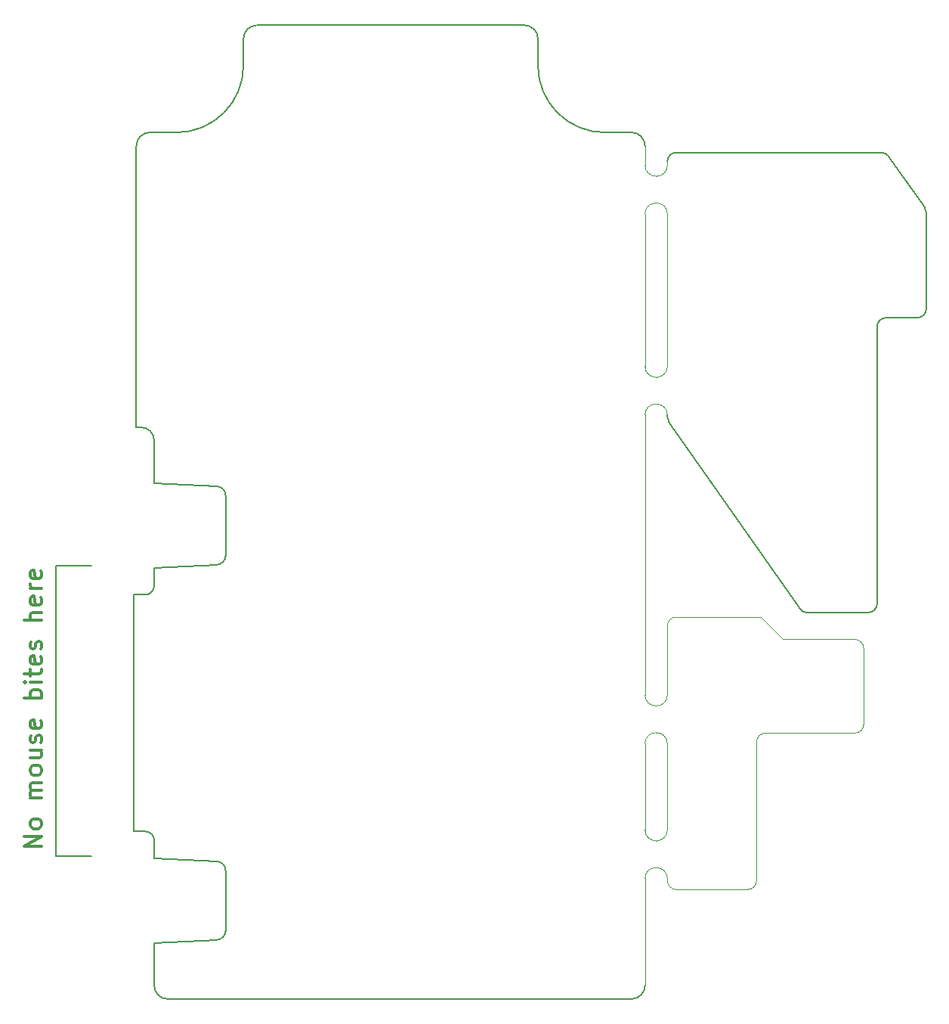
<source format=gbr>
%TF.GenerationSoftware,KiCad,Pcbnew,5.99.0-1.20210520gite8102d8.fc33*%
%TF.CreationDate,2021-05-23T22:47:13+01:00*%
%TF.ProjectId,bugg-panel-r3,62756767-2d70-4616-9e65-6c2d72332e6b,rev?*%
%TF.SameCoordinates,Original*%
%TF.FileFunction,Other,User*%
%FSLAX46Y46*%
G04 Gerber Fmt 4.6, Leading zero omitted, Abs format (unit mm)*
G04 Created by KiCad (PCBNEW 5.99.0-1.20210520gite8102d8.fc33) date 2021-05-23 22:47:13*
%MOMM*%
%LPD*%
G01*
G04 APERTURE LIST*
%ADD10C,0.300000*%
%TA.AperFunction,Profile*%
%ADD11C,0.160000*%
%TD*%
%TA.AperFunction,Profile*%
%ADD12C,0.100000*%
%TD*%
%ADD13C,0.150000*%
G04 APERTURE END LIST*
D10*
X-39095238Y-30928571D02*
X-41095238Y-30928571D01*
X-39095238Y-29785714D01*
X-41095238Y-29785714D01*
X-39095238Y-28547619D02*
X-39190476Y-28738095D01*
X-39285714Y-28833333D01*
X-39476190Y-28928571D01*
X-40047619Y-28928571D01*
X-40238095Y-28833333D01*
X-40333333Y-28738095D01*
X-40428571Y-28547619D01*
X-40428571Y-28261904D01*
X-40333333Y-28071428D01*
X-40238095Y-27976190D01*
X-40047619Y-27880952D01*
X-39476190Y-27880952D01*
X-39285714Y-27976190D01*
X-39190476Y-28071428D01*
X-39095238Y-28261904D01*
X-39095238Y-28547619D01*
X-39095238Y-25500000D02*
X-40428571Y-25500000D01*
X-40238095Y-25500000D02*
X-40333333Y-25404761D01*
X-40428571Y-25214285D01*
X-40428571Y-24928571D01*
X-40333333Y-24738095D01*
X-40142857Y-24642857D01*
X-39095238Y-24642857D01*
X-40142857Y-24642857D02*
X-40333333Y-24547619D01*
X-40428571Y-24357142D01*
X-40428571Y-24071428D01*
X-40333333Y-23880952D01*
X-40142857Y-23785714D01*
X-39095238Y-23785714D01*
X-39095238Y-22547619D02*
X-39190476Y-22738095D01*
X-39285714Y-22833333D01*
X-39476190Y-22928571D01*
X-40047619Y-22928571D01*
X-40238095Y-22833333D01*
X-40333333Y-22738095D01*
X-40428571Y-22547619D01*
X-40428571Y-22261904D01*
X-40333333Y-22071428D01*
X-40238095Y-21976190D01*
X-40047619Y-21880952D01*
X-39476190Y-21880952D01*
X-39285714Y-21976190D01*
X-39190476Y-22071428D01*
X-39095238Y-22261904D01*
X-39095238Y-22547619D01*
X-40428571Y-20166666D02*
X-39095238Y-20166666D01*
X-40428571Y-21023809D02*
X-39380952Y-21023809D01*
X-39190476Y-20928571D01*
X-39095238Y-20738095D01*
X-39095238Y-20452380D01*
X-39190476Y-20261904D01*
X-39285714Y-20166666D01*
X-39190476Y-19309523D02*
X-39095238Y-19119047D01*
X-39095238Y-18738095D01*
X-39190476Y-18547619D01*
X-39380952Y-18452380D01*
X-39476190Y-18452380D01*
X-39666666Y-18547619D01*
X-39761904Y-18738095D01*
X-39761904Y-19023809D01*
X-39857142Y-19214285D01*
X-40047619Y-19309523D01*
X-40142857Y-19309523D01*
X-40333333Y-19214285D01*
X-40428571Y-19023809D01*
X-40428571Y-18738095D01*
X-40333333Y-18547619D01*
X-39190476Y-16833333D02*
X-39095238Y-17023809D01*
X-39095238Y-17404761D01*
X-39190476Y-17595238D01*
X-39380952Y-17690476D01*
X-40142857Y-17690476D01*
X-40333333Y-17595238D01*
X-40428571Y-17404761D01*
X-40428571Y-17023809D01*
X-40333333Y-16833333D01*
X-40142857Y-16738095D01*
X-39952380Y-16738095D01*
X-39761904Y-17690476D01*
X-39095238Y-14357142D02*
X-41095238Y-14357142D01*
X-40333333Y-14357142D02*
X-40428571Y-14166666D01*
X-40428571Y-13785714D01*
X-40333333Y-13595238D01*
X-40238095Y-13500000D01*
X-40047619Y-13404761D01*
X-39476190Y-13404761D01*
X-39285714Y-13500000D01*
X-39190476Y-13595238D01*
X-39095238Y-13785714D01*
X-39095238Y-14166666D01*
X-39190476Y-14357142D01*
X-39095238Y-12547619D02*
X-40428571Y-12547619D01*
X-41095238Y-12547619D02*
X-41000000Y-12642857D01*
X-40904761Y-12547619D01*
X-41000000Y-12452380D01*
X-41095238Y-12547619D01*
X-40904761Y-12547619D01*
X-40428571Y-11880952D02*
X-40428571Y-11119047D01*
X-41095238Y-11595238D02*
X-39380952Y-11595238D01*
X-39190476Y-11500000D01*
X-39095238Y-11309523D01*
X-39095238Y-11119047D01*
X-39190476Y-9690476D02*
X-39095238Y-9880952D01*
X-39095238Y-10261904D01*
X-39190476Y-10452380D01*
X-39380952Y-10547619D01*
X-40142857Y-10547619D01*
X-40333333Y-10452380D01*
X-40428571Y-10261904D01*
X-40428571Y-9880952D01*
X-40333333Y-9690476D01*
X-40142857Y-9595238D01*
X-39952380Y-9595238D01*
X-39761904Y-10547619D01*
X-39190476Y-8833333D02*
X-39095238Y-8642857D01*
X-39095238Y-8261904D01*
X-39190476Y-8071428D01*
X-39380952Y-7976190D01*
X-39476190Y-7976190D01*
X-39666666Y-8071428D01*
X-39761904Y-8261904D01*
X-39761904Y-8547619D01*
X-39857142Y-8738095D01*
X-40047619Y-8833333D01*
X-40142857Y-8833333D01*
X-40333333Y-8738095D01*
X-40428571Y-8547619D01*
X-40428571Y-8261904D01*
X-40333333Y-8071428D01*
X-39095238Y-5595238D02*
X-41095238Y-5595238D01*
X-39095238Y-4738095D02*
X-40142857Y-4738095D01*
X-40333333Y-4833333D01*
X-40428571Y-5023809D01*
X-40428571Y-5309523D01*
X-40333333Y-5500000D01*
X-40238095Y-5595238D01*
X-39190476Y-3023809D02*
X-39095238Y-3214285D01*
X-39095238Y-3595238D01*
X-39190476Y-3785714D01*
X-39380952Y-3880952D01*
X-40142857Y-3880952D01*
X-40333333Y-3785714D01*
X-40428571Y-3595238D01*
X-40428571Y-3214285D01*
X-40333333Y-3023809D01*
X-40142857Y-2928571D01*
X-39952380Y-2928571D01*
X-39761904Y-3880952D01*
X-39095238Y-2071428D02*
X-40428571Y-2071428D01*
X-40047619Y-2071428D02*
X-40238095Y-1976190D01*
X-40333333Y-1880952D01*
X-40428571Y-1690476D01*
X-40428571Y-1500000D01*
X-39190476Y-71428D02*
X-39095238Y-261904D01*
X-39095238Y-642857D01*
X-39190476Y-833333D01*
X-39380952Y-928571D01*
X-40142857Y-928571D01*
X-40333333Y-833333D01*
X-40428571Y-642857D01*
X-40428571Y-261904D01*
X-40333333Y-71428D01*
X-40142857Y23809D01*
X-39952380Y23809D01*
X-39761904Y-928571D01*
D11*
X-28000000Y16000000D02*
G75*
G02*
X-26500000Y14500000I0J-1500000D01*
G01*
D12*
X52000000Y-18250000D02*
X42000000Y-18250000D01*
X41450000Y-5250000D02*
X43950000Y-7750000D01*
D13*
X-37500000Y500000D02*
X-37500000Y-32000000D01*
D11*
X-19448000Y9380000D02*
X-26500000Y9750000D01*
X45843848Y-4323576D02*
G75*
G03*
X46663000Y-4750000I819152J573576D01*
G01*
D12*
X52999997Y-8749997D02*
G75*
G03*
X52000000Y-7750000I-999997J0D01*
G01*
D11*
X-26500000Y-32250000D02*
X-26500000Y-30250000D01*
D12*
X31000000Y-29100000D02*
X31000000Y-19400000D01*
D11*
X55819971Y46323150D02*
G75*
G03*
X55000000Y46750000I-819971J-574150D01*
G01*
X-26500000Y-46500000D02*
X-26500000Y-41750000D01*
X-28800000Y-29250000D02*
X-28800000Y-2750000D01*
D12*
X28500000Y45300000D02*
X28500000Y47500000D01*
D11*
X-28800000Y-2750000D02*
X-27500000Y-2750000D01*
X31181000Y16617000D02*
X45844000Y-4324000D01*
D12*
X31000000Y-14000000D02*
X31000000Y-6250000D01*
D11*
X27000000Y49000000D02*
G75*
G02*
X28500000Y47500000I0J-1500000D01*
G01*
X24000000Y49000000D02*
G75*
G02*
X16500000Y56500000I0J7500000D01*
G01*
X28500000Y-46500000D02*
G75*
G02*
X27000000Y-48000000I-1500000J0D01*
G01*
D12*
X28500000Y22800000D02*
X28500000Y39900000D01*
D11*
X-16500000Y59500000D02*
G75*
G02*
X-15000000Y61000000I1500000J0D01*
G01*
D12*
X32000000Y-5250000D02*
X41450000Y-5250000D01*
D11*
X15000000Y61000000D02*
X-15000000Y61000000D01*
D12*
X41000000Y-19250000D02*
X41000000Y-34750000D01*
D11*
X-28500000Y47500000D02*
X-28500000Y16000000D01*
D12*
X28500000Y-34500000D02*
X28500000Y-46500000D01*
D13*
X-37500000Y-32000000D02*
X-33500000Y-32000000D01*
D11*
X46663000Y-4750000D02*
X53500000Y-4750000D01*
X55500000Y28250000D02*
X59000000Y28250000D01*
X31000000Y17400000D02*
X31000000Y17191000D01*
X-16500000Y56500000D02*
G75*
G02*
X-24000000Y49000000I-7500000J0D01*
G01*
X24000000Y49000000D02*
X27000000Y49000000D01*
D12*
X31000003Y-34750003D02*
G75*
G03*
X32000000Y-35750000I999997J0D01*
G01*
D11*
X-26500000Y-1750000D02*
G75*
G02*
X-27500000Y-2750000I-1000000J0D01*
G01*
D12*
X28500000Y-29100000D02*
X28500000Y-19400000D01*
D13*
X-33500000Y500000D02*
X-37500000Y500000D01*
D11*
X-18500000Y1618000D02*
X-18500000Y8382000D01*
X-18500000Y-40382000D02*
X-18500000Y-33618000D01*
X27000000Y-48000000D02*
X-25000000Y-48000000D01*
X-26500000Y-1750000D02*
X-26500000Y250000D01*
D12*
X40000003Y-35749997D02*
G75*
G03*
X41000000Y-34750000I0J999997D01*
G01*
D11*
X-26500000Y250000D02*
X-19448000Y620000D01*
D12*
X31000000Y45300000D02*
X31000000Y45750000D01*
D11*
X-19447664Y9380630D02*
G75*
G02*
X-18500000Y8382000I-52336J-998630D01*
G01*
X30999882Y17190566D02*
G75*
G03*
X31181000Y16617000I1000118J434D01*
G01*
X-26500000Y9750000D02*
X-26500000Y14500000D01*
X54500000Y-3750000D02*
X54500000Y27250000D01*
X-18500646Y-40382303D02*
G75*
G02*
X-19448000Y-41380000I-999354J303D01*
G01*
D12*
X31000000Y22800000D02*
X31000000Y39900000D01*
D11*
X-27500000Y-29250000D02*
G75*
G02*
X-26500000Y-30250000I0J-1000000D01*
G01*
X55500000Y28250000D02*
G75*
G03*
X54500000Y27250000I0J-1000000D01*
G01*
X-28500000Y47500000D02*
G75*
G02*
X-27000000Y49000000I1500000J0D01*
G01*
X-19447664Y-32619370D02*
G75*
G02*
X-18500000Y-33618000I-52336J-998630D01*
G01*
X-19448000Y-32620000D02*
X-26500000Y-32250000D01*
D12*
X43950000Y-7750000D02*
X52000000Y-7750000D01*
X31999997Y-5250003D02*
G75*
G03*
X31000000Y-6250000I0J-999997D01*
G01*
D11*
X-26500000Y-41750000D02*
X-19448000Y-41380000D01*
X16500000Y56500000D02*
X16500000Y59500000D01*
X53500000Y-4750000D02*
G75*
G03*
X54500000Y-3750000I0J1000000D01*
G01*
X-16500000Y56500000D02*
X-16500000Y59500000D01*
X59819000Y40612000D02*
X55820000Y46323000D01*
X32000685Y46750000D02*
G75*
G03*
X31000000Y45750000I-1685J-999000D01*
G01*
X58999747Y28250000D02*
G75*
G03*
X60000000Y29250000I-747J1001000D01*
G01*
X-28000000Y16000000D02*
X-28500000Y16000000D01*
X59999938Y40037861D02*
G75*
G03*
X59819000Y40612000I-1000938J139D01*
G01*
D12*
X52000003Y-18249997D02*
G75*
G03*
X53000000Y-17250000I0J999997D01*
G01*
X53000000Y-8750000D02*
X53000000Y-17250000D01*
D11*
X-18500646Y1617697D02*
G75*
G02*
X-19448000Y620000I-999354J303D01*
G01*
X-25000000Y-48000000D02*
G75*
G02*
X-26500000Y-46500000I0J1500000D01*
G01*
D12*
X41999997Y-18250003D02*
G75*
G03*
X41000000Y-19250000I0J-999997D01*
G01*
D11*
X-24000000Y49000000D02*
X-27000000Y49000000D01*
D12*
X40000000Y-35750000D02*
X32000000Y-35750000D01*
D11*
X55000000Y46750000D02*
X32000000Y46750000D01*
D12*
X31000000Y-34750000D02*
X31000000Y-34500000D01*
D11*
X15000000Y61000000D02*
G75*
G02*
X16500000Y59500000I0J-1500000D01*
G01*
X-27500000Y-29250000D02*
X-28800000Y-29250000D01*
D12*
X28500000Y-14000000D02*
X28500000Y17400000D01*
D11*
X60000000Y29250000D02*
X60000000Y40038000D01*
D12*
%TO.C,REF\u002A\u002A*%
X29800000Y-18200000D02*
X29700000Y-18200000D01*
X29700000Y-15200000D02*
X29800000Y-15200000D01*
X29800002Y-18199998D02*
G75*
G02*
X31000000Y-19400000I-2J-1200000D01*
G01*
X29800002Y-15199998D02*
G75*
G03*
X31000000Y-14000000I0J1199998D01*
G01*
X29699998Y-15200002D02*
G75*
G02*
X28500000Y-14000000I2J1200000D01*
G01*
X29699998Y-18200002D02*
G75*
G03*
X28500000Y-19400000I0J-1199998D01*
G01*
X29700000Y-30300000D02*
X29800000Y-30300000D01*
X29800000Y-33300000D02*
X29700000Y-33300000D01*
X29699998Y-33300002D02*
G75*
G03*
X28500000Y-34500000I0J-1199998D01*
G01*
X29800002Y-30299998D02*
G75*
G03*
X31000000Y-29100000I0J1199998D01*
G01*
X29699998Y-30300002D02*
G75*
G02*
X28500000Y-29100000I2J1200000D01*
G01*
X29800002Y-33299998D02*
G75*
G02*
X31000000Y-34500000I-2J-1200000D01*
G01*
X29800000Y41100000D02*
X29700000Y41100000D01*
X29700000Y44100000D02*
X29800000Y44100000D01*
X29800002Y44100002D02*
G75*
G03*
X31000000Y45300000I0J1199998D01*
G01*
X29800002Y41100002D02*
G75*
G02*
X31000000Y39900000I-2J-1200000D01*
G01*
X29699998Y41099998D02*
G75*
G03*
X28500000Y39900000I0J-1199998D01*
G01*
X29699998Y44099998D02*
G75*
G02*
X28500000Y45300000I2J1200000D01*
G01*
X29800000Y18600000D02*
X29700000Y18600000D01*
X29700000Y21600000D02*
X29800000Y21600000D01*
X29699998Y21599998D02*
G75*
G02*
X28500000Y22800000I2J1200000D01*
G01*
X29699998Y18599998D02*
G75*
G03*
X28500000Y17400000I0J-1199998D01*
G01*
X29800002Y21600002D02*
G75*
G03*
X31000000Y22800000I0J1199998D01*
G01*
X29800002Y18600002D02*
G75*
G02*
X31000000Y17400000I-2J-1200000D01*
G01*
%TD*%
M02*

</source>
